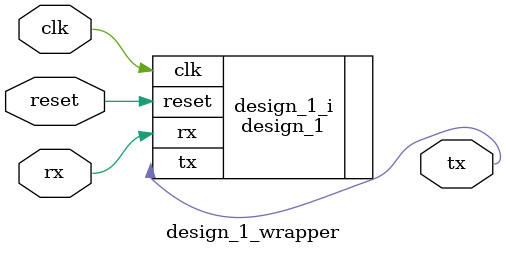
<source format=v>
`timescale 1 ps / 1 ps

module design_1_wrapper
   (clk,
    reset,
    rx,
    tx);
  input clk;
  input reset;
  input rx;
  output tx;

  wire clk;
  wire reset;
  wire rx;
  wire tx;

  design_1 design_1_i
       (.clk(clk),
        .reset(reset),
        .rx(rx),
        .tx(tx));
endmodule

</source>
